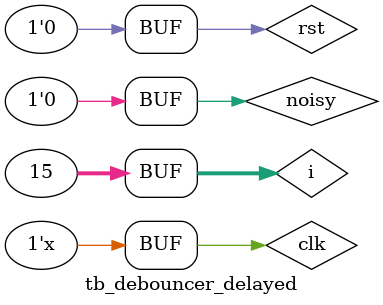
<source format=v>
`timescale 1ns / 1ps


module tb_debouncer_delayed(

    );
reg clk;
reg rst;
reg noisy;
wire debounced;

debouncer_delayed GEN(
    .clk(clk),
    .rst(rst),
    .noisy(noisy),
    .debounced(debounced)
    );

initial begin
    clk = 0;
    rst = 1;
    noisy = 0;
end    

always
    #5 clk = ~clk;
    
integer i;        
    
initial begin
    #10
    rst = 0;
    #15
    noisy = 1;
    #400
    noisy = 0;
    #200
for(i = 0; i < 15; i = i+1)
    #5  noisy = ~noisy;
   #100     
   noisy = 1;
   #200
   noisy = 0;
   
end

endmodule

</source>
